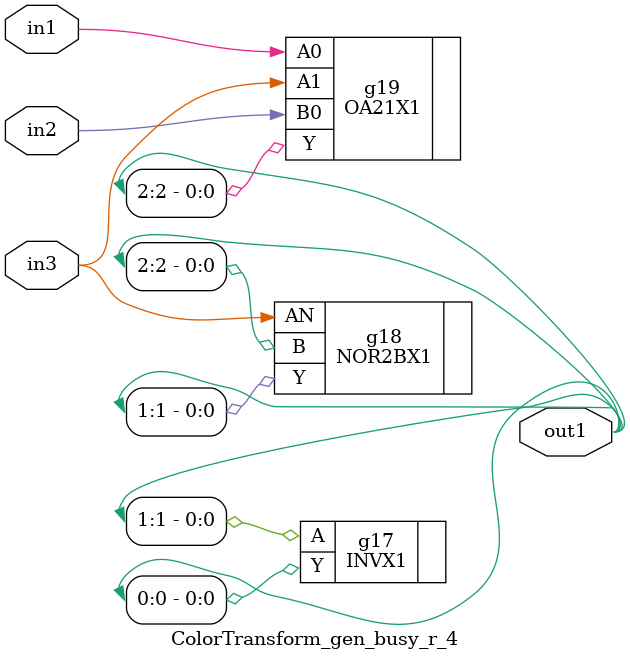
<source format=v>
`timescale 1ps / 1ps


module ColorTransform_gen_busy_r_4(in1, in2, in3, out1);
  input in1, in2, in3;
  output [2:0] out1;
  wire in1, in2, in3;
  wire [2:0] out1;
  INVX1 g17(.A (out1[1]), .Y (out1[0]));
  NOR2BX1 g18(.AN (in3), .B (out1[2]), .Y (out1[1]));
  OA21X1 g19(.A0 (in1), .A1 (in3), .B0 (in2), .Y (out1[2]));
endmodule


</source>
